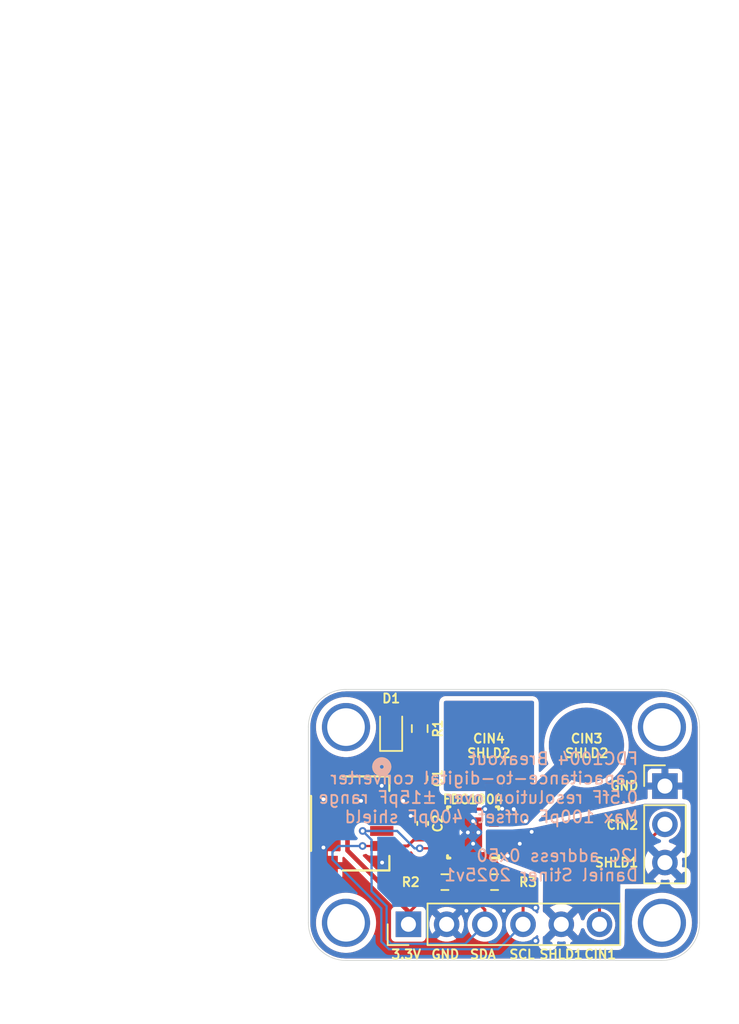
<source format=kicad_pcb>
(kicad_pcb (version 20241229) (generator "pcbnew") (generator_version "9.0")
  (layers (0 "F.Cu" signal) (2 "B.Cu" signal) (13 "F.Paste" user) (15 "B.Paste" user) (5 "F.SilkS" user "F.Silkscreen") (7 "B.SilkS" user "B.Silkscreen") (1 "F.Mask" user) (3 "B.Mask" user) (25 "Edge.Cuts" user))
  (property "REVISION" "2025v1")
  (net 0 "")
  (net 1 "GND")
  (net 2 "+3.3V")
  (net 3 "Net-(D1-A)")
  (net 4 "/SDA")
  (net 5 "/SCL")
  (net 6 "/CIN1")
  (net 7 "/SHLD2")
  (net 8 "/SHLD1")
  (net 9 "/CIN4")
  (net 10 "/CIN3")
  (net 11 "/CIN2")
  (footprint "FDC1004DSCR:DSC0010B" (layer "F.Cu") (at 110.950001 109.5 180)
    (property "Reference" "U1" (hide yes))
    (property "Value" "FDC1004" (at 0 2.199999 0) (layer "F.SilkS") (effects (font (size 0.6 0.6) (thickness 0.127) (bold yes))))
    (fp_line (start 1.700002 1.700002) (end 1.700002 1.540002) (stroke (width 0.2)) (layer "F.SilkS"))
    (fp_line (start 1.700002 -1.540002) (end 1.700002 -1.700002) (stroke (width 0.2)) (layer "F.SilkS"))
    (fp_line (start 1.540002 1.700002) (end 1.700002 1.700002) (stroke (width 0.2)) (layer "F.SilkS"))
    (fp_line (start 1.540002 -1.700002) (end 1.700002 -1.700002) (stroke (width 0.2)) (layer "F.SilkS"))
    (fp_line (start -1.699999 -1.540002) (end -1.699999 -1.700002) (stroke (width 0.2)) (layer "F.SilkS"))
    (fp_line (start -1.699999 -1.700002) (end -1.15 -1.700002) (stroke (width 0.2)) (layer "F.SilkS"))
    (fp_line (start -1.700002 1.700002) (end -1.540002 1.700002) (stroke (width 0.2)) (layer "F.SilkS"))
    (fp_line (start -1.700002 1.700002) (end -1.700002 1.540002) (stroke (width 0.2)) (layer "F.SilkS"))
    (pad "1" smd rect (at -1.375001 -1.000001 270) (size 0.249999 0.650001) (layers "F.Cu" "F.Mask" "F.Paste") (net 8 "/SHLD1"))
    (pad "2" smd rect (at -1.375001 -0.500002 270) (size 0.249999 0.650001) (layers "F.Cu" "F.Mask" "F.Paste") (net 6 "/CIN1"))
    (pad "3" smd rect (at -1.375001 0 270) (size 0.249999 0.650001) (layers "F.Cu" "F.Mask" "F.Paste") (net 11 "/CIN2"))
    (pad "4" smd rect (at -1.375001 0.499999 270) (size 0.249999 0.650001) (layers "F.Cu" "F.Mask" "F.Paste") (net 10 "/CIN3"))
    (pad "5" smd rect (at -1.375001 0.999998 270) (size 0.249999 0.650001) (layers "F.Cu" "F.Mask" "F.Paste") (net 9 "/CIN4"))
    (pad "6" smd rect (at 1.375001 0.999998 270) (size 0.249999 0.650001) (layers "F.Cu" "F.Mask" "F.Paste") (net 7 "/SHLD2"))
    (pad "7" smd rect (at 1.375001 0.499999 270) (size 0.249999 0.650001) (layers "F.Cu" "F.Mask" "F.Paste") (net 1 "GND"))
    (pad "8" smd rect (at 1.375001 0 270) (size 0.249999 0.650001) (layers "F.Cu" "F.Mask" "F.Paste") (net 2 "+3.3V"))
    (pad "9" smd rect (at 1.375001 -0.500002 270) (size 0.249999 0.650001) (layers "F.Cu" "F.Mask" "F.Paste") (net 5 "/SCL"))
    (pad "10" smd rect (at 1.375001 -1.000001 270) (size 0.249999 0.650001) (layers "F.Cu" "F.Mask" "F.Paste") (net 4 "/SDA"))
    (pad "11" smd rect (at 0.000003 0 180) (size 1.2 2.000001) (layers "F.Cu" "F.Mask") (net 1 "GND"))
    (pad "V" thru_hole circle (at -0.349999 0 180) (size 0.508 0.508) (drill 0.254) (layers "*.Cu" "*.Mask") (net 1 "GND"))
    (pad "V" thru_hole circle (at 0 -0.750001 180) (size 0.508 0.508) (drill 0.254) (layers "*.Cu" "*.Mask") (net 1 "GND"))
    (pad "V" thru_hole circle (at 0 0.750001 180) (size 0.508 0.508) (drill 0.254) (layers "*.Cu" "*.Mask") (net 1 "GND"))
    (pad "V" thru_hole circle (at 0.349999 0 180) (size 0.508 0.508) (drill 0.254) (layers "*.Cu" "*.Mask") (net 1 "GND"))
  )
  (footprint "Resistor_SMD:R_0603_1608Metric" (layer "F.Cu") (at 112.375 112.8)
    (property "Reference" "R3" (at 2.225 0 0) (layer "F.SilkS") (effects (font (size 0.6 0.6) (thickness 0.127))))
    (property "Value" "10k")
    (fp_line (start -0.237258 -0.5225) (end 0.237258 -0.5225) (stroke (width 0.12)) (layer "F.SilkS"))
    (fp_line (start -0.237258 0.5225) (end 0.237258 0.5225) (stroke (width 0.12)) (layer "F.SilkS"))
    (pad "1" smd roundrect (at -0.825 0) (size 0.8 0.95) (layers "F.Cu" "F.Mask" "F.Paste") (net 2 "+3.3V"))
    (pad "2" smd roundrect (at 0.825 0) (size 0.8 0.95) (layers "F.Cu" "F.Mask" "F.Paste") (net 5 "/SCL"))
  )
  (footprint "MountingHoleCompact:MountingHole_2.5mm_Plated" (layer "F.Cu") (at 102.5 102.5)
    (property "Reference" "H1" (hide yes))
    (property "Value" "MountingHole")
    (pad "" thru_hole circle (at 0 0) (size 3.2 3.2) (drill 2.5) (layers "*.Cu" "*.Mask"))
    (zone (net 0) (net_name "") (layers "F.Cu" "B.Cu") (name "Keepout") (connect_pads (clearance 0)) (min_thickness 0.25)
      (keepout (tracks not_allowed) (vias not_allowed) (pads allowed) (copperpour not_allowed) (footprints allowed))
      (fill (thermal_gap 0.5) (thermal_bridge_width 0.5))
      (polygon (pts (arc (start 100.5 102.5) (mid 104.5 102.5) (end 100.5 102.5))))
    )
  )
  (footprint "Connector_PinHeader_2.54mm:PinHeader_1x03_P2.54mm_Vertical" (layer "F.Cu") (at 123.7 106.42)
    (property "Reference" "J3" (hide yes))
    (property "Value" "Conn_CIN2")
    (fp_line (start -1.38 -1.38) (end 0 -1.38) (stroke (width 0.12)) (layer "F.SilkS"))
    (fp_line (start -1.38 0) (end -1.38 -1.38) (stroke (width 0.12)) (layer "F.SilkS"))
    (fp_line (start -1.38 1.27) (end -1.38 6.46) (stroke (width 0.12)) (layer "F.SilkS"))
    (fp_line (start -1.38 1.27) (end 1.38 1.27) (stroke (width 0.12)) (layer "F.SilkS"))
    (fp_line (start -1.38 6.46) (end 1.38 6.46) (stroke (width 0.12)) (layer "F.SilkS"))
    (fp_line (start 1.38 1.27) (end 1.38 6.46) (stroke (width 0.12)) (layer "F.SilkS"))
    (pad "1" thru_hole rect (at 0 0) (size 1.7 1.7) (drill 1) (layers "*.Cu" "*.Mask") (net 1 "GND"))
    (pad "2" thru_hole circle (at 0 2.54) (size 1.7 1.7) (drill 1) (layers "*.Cu" "*.Mask") (net 11 "/CIN2"))
    (pad "3" thru_hole circle (at 0 5.08) (size 1.7 1.7) (drill 1) (layers "*.Cu" "*.Mask") (net 8 "/SHLD1"))
  )
  (footprint "Connector_PinHeader_2.54mm:PinHeader_1x06_P2.54mm_Vertical" (layer "F.Cu") (at 106.65 115.6 90)
    (property "Reference" "J4" (hide yes))
    (property "Value" "Conn_Breadboard")
    (fp_line (start -1.38 -1.38) (end 0 -1.38) (stroke (width 0.12)) (layer "F.SilkS"))
    (fp_line (start -1.38 0) (end -1.38 -1.38) (stroke (width 0.12)) (layer "F.SilkS"))
    (fp_line (start 1.38 1.27) (end 1.38 14.08) (stroke (width 0.12)) (layer "F.SilkS"))
    (fp_line (start -1.38 1.27) (end 1.38 1.27) (stroke (width 0.12)) (layer "F.SilkS"))
    (fp_line (start -1.38 1.27) (end -1.38 14.08) (stroke (width 0.12)) (layer "F.SilkS"))
    (fp_line (start -1.38 14.08) (end 1.38 14.08) (stroke (width 0.12)) (layer "F.SilkS"))
    (pad "1" thru_hole rect (at 0 0 90) (size 1.7 1.7) (drill 1) (layers "*.Cu" "*.Mask") (net 2 "+3.3V"))
    (pad "2" thru_hole circle (at 0 2.54 90) (size 1.7 1.7) (drill 1) (layers "*.Cu" "*.Mask") (net 1 "GND"))
    (pad "3" thru_hole circle (at 0 5.08 90) (size 1.7 1.7) (drill 1) (layers "*.Cu" "*.Mask") (net 4 "/SDA"))
    (pad "4" thru_hole circle (at 0 7.62 90) (size 1.7 1.7) (drill 1) (layers "*.Cu" "*.Mask") (net 5 "/SCL"))
    (pad "5" thru_hole circle (at 0 10.16 90) (size 1.7 1.7) (drill 1) (layers "*.Cu" "*.Mask") (net 8 "/SHLD1"))
    (pad "6" thru_hole circle (at 0 12.7 90) (size 1.7 1.7) (drill 1) (layers "*.Cu" "*.Mask") (net 6 "/CIN1"))
  )
  (footprint "Capacitor_SMD:C_0603_1608Metric" (layer "F.Cu") (at 107.4 105.9 -90)
    (property "Reference" "C1" (at 0 -1.2 90) (layer "F.SilkS") (effects (font (size 0.6 0.6) (thickness 0.127))))
    (property "Value" "1u")
    (fp_line (start -0.14058 0.51) (end 0.14058 0.51) (stroke (width 0.12)) (layer "F.SilkS"))
    (fp_line (start -0.14058 -0.51) (end 0.14058 -0.51) (stroke (width 0.12)) (layer "F.SilkS"))
    (pad "1" smd roundrect (at -0.775 0 270) (size 0.9 0.95) (layers "F.Cu" "F.Mask" "F.Paste") (net 2 "+3.3V"))
    (pad "2" smd roundrect (at 0.775 0 270) (size 0.9 0.95) (layers "F.Cu" "F.Mask" "F.Paste") (net 1 "GND"))
  )
  (footprint "Capacitor_SMD:C_0402_1005Metric" (layer "F.Cu") (at 107.6 108.9 90)
    (property "Reference" "C2" (at 0 1 270) (layer "F.SilkS") (effects (font (size 0.6 0.6) (thickness 0.127) (bold yes))))
    (property "Value" "0.1u")
    (fp_line (start -0.107836 -0.36) (end 0.107836 -0.36) (stroke (width 0.12)) (layer "F.SilkS"))
    (fp_line (start -0.107836 0.36) (end 0.107836 0.36) (stroke (width 0.12)) (layer "F.SilkS"))
    (pad "1" smd roundrect (at -0.48 0 90) (size 0.56 0.62) (layers "F.Cu" "F.Mask" "F.Paste") (net 2 "+3.3V"))
    (pad "2" smd roundrect (at 0.48 0 90) (size 0.56 0.62) (layers "F.Cu" "F.Mask" "F.Paste") (net 1 "GND"))
  )
  (footprint "Resistor_SMD:R_0603_1608Metric" (layer "F.Cu") (at 107.4 102.6 90)
    (property "Reference" "R1" (at 0 1.2 90) (layer "F.SilkS") (effects (font (size 0.6 0.6) (thickness 0.127))))
    (property "Value" "4.7k")
    (fp_line (start -0.237258 -0.5225) (end 0.237258 -0.5225) (stroke (width 0.12)) (layer "F.SilkS"))
    (fp_line (start -0.237258 0.5225) (end 0.237258 0.5225) (stroke (width 0.12)) (layer "F.SilkS"))
    (pad "1" smd roundrect (at -0.825 0 90) (size 0.8 0.95) (layers "F.Cu" "F.Mask" "F.Paste") (net 2 "+3.3V"))
    (pad "2" smd roundrect (at 0.825 0 90) (size 0.8 0.95) (layers "F.Cu" "F.Mask" "F.Paste") (net 3 "Net-(D1-A)"))
  )
  (footprint "MountingHoleCompact:MountingHole_2.5mm_Plated" (layer "F.Cu") (at 123.5 115.5)
    (property "Reference" "H4" (hide yes))
    (property "Value" "MountingHole")
    (pad "" thru_hole circle (at 0 0) (size 3.2 3.2) (drill 2.5) (layers "*.Cu" "*.Mask"))
    (zone (net 0) (net_name "") (layers "F.Cu" "B.Cu") (name "Keepout") (connect_pads (clearance 0)) (min_thickness 0.25)
      (keepout (tracks not_allowed) (vias not_allowed) (pads allowed) (copperpour not_allowed) (footprints allowed))
      (fill (thermal_gap 0.5) (thermal_bridge_width 0.5))
      (polygon (pts (arc (start 121.5 115.5) (mid 125.5 115.5) (end 121.5 115.5))))
    )
  )
  (footprint "MountingHoleCompact:MountingHole_2.5mm_Plated" (layer "F.Cu") (at 102.5 115.5)
    (property "Reference" "H3" (hide yes))
    (property "Value" "MountingHole")
    (pad "" thru_hole circle (at 0 0) (size 3.2 3.2) (drill 2.5) (layers "*.Cu" "*.Mask"))
    (zone (net 0) (net_name "") (layers "F.Cu" "B.Cu") (name "Keepout") (connect_pads (clearance 0)) (min_thickness 0.25)
      (keepout (tracks not_allowed) (vias not_allowed) (pads allowed) (copperpour not_allowed) (footprints allowed))
      (fill (thermal_gap 0.5) (thermal_bridge_width 0.5))
      (polygon (pts (arc (start 100.5 115.5) (mid 104.5 115.5) (end 100.5 115.5))))
    )
  )
  (footprint "MountingHoleCompact:MountingHole_2.5mm_Plated" (layer "F.Cu") (at 123.5 102.5)
    (property "Reference" "H2" (hide yes))
    (property "Value" "MountingHole")
    (pad "" thru_hole circle (at 0 0) (size 3.2 3.2) (drill 2.5) (layers "*.Cu" "*.Mask"))
    (zone (net 0) (net_name "") (layers "F.Cu" "B.Cu") (name "Keepout") (connect_pads (clearance 0)) (min_thickness 0.25)
      (keepout (tracks not_allowed) (vias not_allowed) (pads allowed) (copperpour not_allowed) (footprints allowed))
      (fill (thermal_gap 0.5) (thermal_bridge_width 0.5))
      (polygon (pts (arc (start 121.5 102.5) (mid 125.5 102.5) (end 121.5 102.5))))
    )
  )
  (footprint "LED_SMD:LED_0603_1608Metric" (layer "F.Cu") (at 105.5 102.6 90)
    (property "Reference" "D1" (at 2 0 180) (layer "F.SilkS") (effects (font (size 0.6 0.6) (thickness 0.127))))
    (property "Value" "PWRLED")
    (fp_line (start 0.8 -0.735) (end -1.485 -0.735) (stroke (width 0.12)) (layer "F.SilkS"))
    (fp_line (start -1.485 -0.735) (end -1.485 0.735) (stroke (width 0.12)) (layer "F.SilkS"))
    (fp_line (start -1.485 0.735) (end 0.8 0.735) (stroke (width 0.12)) (layer "F.SilkS"))
    (pad "1" smd roundrect (at -0.7875 0 90) (size 0.875 0.95) (layers "F.Cu" "F.Mask" "F.Paste") (net 1 "GND"))
    (pad "2" smd roundrect (at 0.7875 0 90) (size 0.875 0.95) (layers "F.Cu" "F.Mask" "F.Paste") (net 3 "Net-(D1-A)"))
  )
  (footprint "Resistor_SMD:R_0603_1608Metric" (layer "F.Cu") (at 109.075 112.8)
    (property "Reference" "R2" (at -2.275 0 0) (layer "F.SilkS") (effects (font (size 0.6 0.6) (thickness 0.127))))
    (property "Value" "10k")
    (fp_line (start -0.237258 -0.5225) (end 0.237258 -0.5225) (stroke (width 0.12)) (layer "F.SilkS"))
    (fp_line (start -0.237258 0.5225) (end 0.237258 0.5225) (stroke (width 0.12)) (layer "F.SilkS"))
    (pad "1" smd roundrect (at -0.825 0) (size 0.8 0.95) (layers "F.Cu" "F.Mask" "F.Paste") (net 2 "+3.3V"))
    (pad "2" smd roundrect (at 0.825 0) (size 0.8 0.95) (layers "F.Cu" "F.Mask" "F.Paste") (net 4 "/SDA"))
  )
  (footprint "SM04B_SRSS_TB:CONN_SM04B-SRSS-TB_JST" (layer "F.Cu") (at 102.779001 108.899999 90)
    (property "Reference" "J1" (hide yes))
    (property "Value" "Conn_Qwiic")
    (fp_line (start 1.819559 -2.6035) (end -1.819559 -2.6035) (stroke (width 0.1524)) (layer "F.SilkS"))
    (fp_line (start -3.1242 -0.491261) (end -3.1242 2.6035) (stroke (width 0.1524)) (layer "F.SilkS"))
    (fp_line (start 3.1242 2.6035) (end 3.1242 -0.491261) (stroke (width 0.1524)) (layer "F.SilkS"))
    (fp_line (start 2.16294 2.6035) (end 3.1242 2.6035) (stroke (width 0.1524)) (layer "F.SilkS"))
    (fp_line (start -3.1242 2.6035) (end -2.16294 2.6035) (stroke (width 0.1524)) (layer "F.SilkS"))
    (fp_circle (center 3.7592 2.0985) (end 4.1402 2.0985) (stroke (width 0.508)) (fill no) (layer "F.SilkS"))
    (fp_circle (center 3.7592 2.0985) (end 4.1402 2.0985) (stroke (width 0.508)) (fill no) (layer "B.SilkS"))
    (pad "1" smd rect (at 1.5 2.0985 90) (size 0.6604 1.5494) (layers "F.Cu" "F.Mask" "F.Paste") (net 1 "GND"))
    (pad "2" smd rect (at 0.499999 2.0985 90) (size 0.6604 1.5494) (layers "F.Cu" "F.Mask" "F.Paste") (net 2 "+3.3V"))
    (pad "3" smd rect (at -0.499999 2.0985 90) (size 0.6604 1.5494) (layers "F.Cu" "F.Mask" "F.Paste") (net 4 "/SDA"))
    (pad "4" smd rect (at -1.5 2.0985 90) (size 0.6604 1.5494) (layers "F.Cu" "F.Mask" "F.Paste") (net 5 "/SCL"))
    (pad "5" smd rect (at -2.799999 -1.712 180) (size 1.775999 1.2954) (layers "F.Cu" "F.Mask" "F.Paste") (net 1 "GND"))
    (pad "6" smd rect (at 2.799999 -1.712 180) (size 1.775999 1.2954) (layers "F.Cu" "F.Mask" "F.Paste") (net 1 "GND"))
  )
  (gr_line (start 102.5 100) (end 123.5 100) (stroke (width 0.05)) (layer "Edge.Cuts"))
  (gr_arc (start 100 102.5) (mid 100.732233 100.732233) (end 102.5 100) (stroke (width 0.05)) (layer "Edge.Cuts"))
  (gr_line (start 123.5 118) (end 102.5 118) (stroke (width 0.05)) (layer "Edge.Cuts"))
  (gr_arc (start 102.5 118) (mid 100.732233 117.267767) (end 100 115.5) (stroke (width 0.05)) (layer "Edge.Cuts"))
  (gr_arc (start 126 115.5) (mid 125.267767 117.267767) (end 123.5 118) (stroke (width 0.05)) (layer "Edge.Cuts"))
  (gr_line (start 126 102.5) (end 126 115.5) (stroke (width 0.05)) (layer "Edge.Cuts"))
  (gr_arc (start 123.5 100) (mid 125.267767 100.732233) (end 126 102.5) (stroke (width 0.05)) (layer "Edge.Cuts"))
  (gr_line (start 100 115.5) (end 100 102.5) (stroke (width 0.05)) (layer "Edge.Cuts"))
  (gr_text "CIN4\nSHLD2" (at 112 103.75 0) (layer "F.SilkS") (effects (font (size 0.6 0.6) (thickness 0.127))))
  (gr_text "GND" (at 122 106.4 0) (layer "F.SilkS") (effects (font (size 0.6 0.6) (thickness 0.127) (bold yes)) (justify right)))
  (gr_text "CIN1" (at 119.4 117.6 0) (layer "F.SilkS") (effects (font (size 0.6 0.6) (thickness 0.127) (bold yes))))
  (gr_text "SDA" (at 111.6 117.6 0) (layer "F.SilkS") (effects (font (size 0.6 0.6) (thickness 0.127) (bold yes))))
  (gr_text "CIN2" (at 122 109 0) (layer "F.SilkS") (effects (font (size 0.6 0.6) (thickness 0.127) (bold yes)) (justify right)))
  (gr_text "SHLD1" (at 116.8 117.6 0) (layer "F.SilkS") (effects (font (size 0.6 0.6) (thickness 0.127) (bold yes))))
  (gr_text "GND" (at 109.1 117.6 0) (layer "F.SilkS") (effects (font (size 0.6 0.6) (thickness 0.127) (bold yes))))
  (gr_text "SHLD1" (at 122 111.5 0) (layer "F.SilkS") (effects (font (size 0.6 0.6) (thickness 0.127) (bold yes)) (justify right)))
  (gr_text "CIN3\nSHLD2" (at 118.5 103.75 0) (layer "F.SilkS") (effects (font (size 0.6 0.6) (thickness 0.127) (bold yes))))
  (gr_text "SCL" (at 114.2 117.6 0) (layer "F.SilkS") (effects (font (size 0.6 0.6) (thickness 0.127) (bold yes))))
  (gr_text "3.3V" (at 106.5 117.6 0) (layer "F.SilkS") (effects (font (size 0.6 0.6) (thickness 0.127) (bold yes))))
  (gr_text "FDC1004 Breakout\nCapacitance-to-digital converter\n0.5fF resolution over ±15pF range\nMax 100pF offset, 400pF shield\n\nI2C address 0x50\nDaniel Stiner ${REVISION}" (at 122 112.8 0) (layer "B.SilkS") (effects (font (size 0.8 0.8) (thickness 0.127)) (justify left bottom mirror)))
  (segment (start 109.5 109) (end 108.9 109) (width 0.2) (layer "F.Cu") (net 1))
  (segment (start 110.950001 109.150001) (end 111.3 109.5) (width 0.2) (layer "F.Cu") (net 1))
  (segment (start 110.100003 109.000001) (end 109.575 109.000001) (width 0.2) (layer "F.Cu") (net 1))
  (segment (start 108.32 108.42) (end 107.6 108.42) (width 0.2) (layer "F.Cu") (net 1))
  (segment (start 107.6 108.42) (end 106.82 108.42) (width 0.2) (layer "F.Cu") (net 1))
  (segment (start 106.82 108.42) (end 106.8 108.4) (width 0.2) (layer "F.Cu") (net 1))
  (segment (start 110.950001 108.749999) (end 110.950001 109.150001) (width 0.2) (layer "F.Cu") (net 1))
  (segment (start 108.9 109) (end 108.32 108.42) (width 0.2) (layer "F.Cu") (net 1))
  (segment (start 110.950001 109.150001) (end 110.600002 109.5) (width 0.2) (layer "F.Cu") (net 1))
  (segment (start 110.600002 109.5) (end 110.100003 109.000001) (width 0.2) (layer "F.Cu") (net 1))
  (via (at 106.3 107.4) (size 0.508) (drill 0.254) (layers "F.Cu" "B.Cu") (net 1))
  (via (at 113 114.7) (size 0.508) (drill 0.254) (layers "F.Cu" "B.Cu") (net 1))
  (via (at 110.5 114.7) (size 0.508) (drill 0.254) (layers "F.Cu" "B.Cu") (net 1))
  (via (at 104.875001 106.4) (size 0.508) (drill 0.254) (layers "F.Cu" "B.Cu") (net 1))
  (via (at 101 110.5) (size 0.508) (drill 0.254) (layers "F.Cu" "B.Cu") (net 1))
  (via (at 106.8 108.4) (size 0.508) (drill 0.254) (layers "F.Cu" "B.Cu") (net 1))
  (via (at 104.9 111.5) (size 0.508) (drill 0.254) (layers "F.Cu" "B.Cu") (net 1))
  (via (at 115.1 114.5) (size 0.508) (drill 0.254) (layers "F.Cu" "B.Cu") (net 1))
  (via (at 103.5 107.4) (size 0.508) (drill 0.254) (layers "F.Cu" "B.Cu") (net 1))
  (via (at 115.1 116.7) (size 0.508) (drill 0.254) (layers "F.Cu" "B.Cu") (net 1))
  (via (at 101 107.3) (size 0.508) (drill 0.254) (layers "F.Cu" "B.Cu") (net 1))
  (segment (start 109.15 111.9) (end 108.25 112.8) (width 0.2) (layer "F.Cu") (net 2))
  (segment (start 107.4 105.125) (end 103.775 105.125) (width 0.3048) (layer "F.Cu") (net 2))
  (segment (start 107.4 105.125) (end 107.4 103.425) (width 0.3048) (layer "F.Cu") (net 2))
  (segment (start 103.2 108.4) (end 102.6 109) (width 0.3048) (layer "F.Cu") (net 2))
  (segment (start 104.877501 108.4) (end 105.7 108.4) (width 0.3048) (layer "F.Cu") (net 2))
  (segment (start 110.65 111.9) (end 109.15 111.9) (width 0.2) (layer "F.Cu") (net 2))
  (segment (start 103.2 108.4) (end 102.7 107.9) (width 0.3048) (layer "F.Cu") (net 2))
  (segment (start 106.65 114.85) (end 106.65 115.6) (width 0.2) (layer "F.Cu") (net 2))
  (segment (start 102.7 106.2) (end 103.775 105.125) (width 0.3048) (layer "F.Cu") (net 2))
  (segment (start 102.6 109) (end 102.6 110.7) (width 0.3048) (layer "F.Cu") (net 2))
  (segment (start 106.65 114.75) (end 106.65 115.6) (width 0.3048) (layer "F.Cu") (net 2))
  (segment (start 102.6 110.7) (end 106.65 114.75) (width 0.3048) (layer "F.Cu") (net 2))
  (segment (start 108.25 113.25) (end 106.65 114.85) (width 0.2) (layer "F.Cu") (net 2))
  (segment (start 111.55 112.8) (end 110.65 111.9) (width 0.2) (layer "F.Cu") (net 2))
  (segment (start 105.5391 108.4) (end 103.2 108.4) (width 0.3048) (layer "F.Cu") (net 2))
  (segment (start 102.7 107.9) (end 102.7 106.2) (width 0.3048) (layer "F.Cu") (net 2))
  (segment (start 108.25 112.8) (end 108.25 113.25) (width 0.2) (layer "F.Cu") (net 2))
  (segment (start 105.7 108.4) (end 106.799999 109.499999) (width 0.3048) (layer "F.Cu") (net 2))
  (segment (start 106.799999 109.499999) (end 109.5 109.499999) (width 0.3048) (layer "F.Cu") (net 2))
  (segment (start 105.5 101.8125) (end 107.3625 101.8125) (width 0.3048) (layer "F.Cu") (net 3))
  (segment (start 107.3625 101.8125) (end 107.4 101.775) (width 0.3048) (layer "F.Cu") (net 3))
  (segment (start 108.145999 110.554001) (end 108.2 110.5) (width 0.1524) (layer "F.Cu") (net 4))
  (segment (start 107.4 110.554001) (end 108.145999 110.554001) (width 0.1524) (layer "F.Cu") (net 4))
  (segment (start 109.9 112.8) (end 111.73 114.63) (width 0.2) (layer "F.Cu") (net 4))
  (segment (start 103.6064 109.399998) (end 104.875001 109.399998) (width 0.1524) (layer "F.Cu") (net 4))
  (segment (start 111.73 114.63) (end 111.73 115.6) (width 0.2) (layer "F.Cu") (net 4))
  (segment (start 108.2 110.5) (end 109.5 110.5) (width 0.1524) (layer "F.Cu") (net 4))
  (via (at 107.4 110.554001) (size 0.508) (drill 0.254) (layers "F.Cu" "B.Cu") (net 4))
  (via (at 103.6064 109.399998) (size 0.508) (drill 0.254) (layers "F.Cu" "B.Cu") (net 4))
  (segment (start 105.2 114.400217) (end 105.2 116.6) (width 0.1524) (layer "B.Cu") (net 4))
  (segment (start 104.2 113.400216) (end 105.2 114.400217) (width 0.1524) (layer "B.Cu") (net 4))
  (segment (start 105.5 116.9) (end 110.43 116.9) (width 0.1524) (layer "B.Cu") (net 4))
  (segment (start 105.899998 109.399998) (end 103.6064 109.399998) (width 0.1524) (layer "B.Cu") (net 4))
  (segment (start 107.054001 110.554001) (end 105.899998 109.399998) (width 0.1524) (layer "B.Cu") (net 4))
  (segment (start 105.2 116.6) (end 105.5 116.9) (width 0.1524) (layer "B.Cu") (net 4))
  (segment (start 103.6064 109.399998) (end 104.2 109.993598) (width 0.1524) (layer "B.Cu") (net 4))
  (segment (start 110.43 116.9) (end 111.73 115.6) (width 0.1524) (layer "B.Cu") (net 4))
  (segment (start 107.4 110.554001) (end 107.054001 110.554001) (width 0.1524) (layer "B.Cu") (net 4))
  (segment (start 104.2 109.993598) (end 104.2 113.400216) (width 0.1524) (layer "B.Cu") (net 4))
  (segment (start 114.27 113.87) (end 114.27 115.6) (width 0.2) (layer "F.Cu") (net 5))
  (segment (start 106.999999 110.000001) (end 106.600001 110.399999) (width 0.2) (layer "F.Cu") (net 5))
  (segment (start 113.2 112.8) (end 114.27 113.87) (width 0.2) (layer "F.Cu") (net 5))
  (segment (start 106.999999 110.000001) (end 107.9 110) (width 0.2) (layer "F.Cu") (net 5))
  (segment (start 106.600001 110.399999) (end 104.877501 110.399999) (width 0.2) (layer "F.Cu") (net 5))
  (segment (start 109.5 110.000001) (end 107.9 110) (width 0.2) (layer "F.Cu") (net 5))
  (segment (start 104.875001 110.399999) (end 103.6 110.4) (width 0.1524) (layer "F.Cu") (net 5))
  (via (at 103.6 110.4) (size 0.508) (drill 0.254) (layers "F.Cu" "B.Cu") (net 5))
  (segment (start 103.6 110.4) (end 102 110.4) (width 0.1524) (layer "B.Cu") (net 5))
  (segment (start 101.6 111.3) (end 101.6 110.8) (width 0.1524) (layer "B.Cu") (net 5))
  (segment (start 105.353616 117.2534) (end 104.8466 116.746383) (width 0.1524) (layer "B.Cu") (net 5))
  (segment (start 112.6166 117.2534) (end 105.353616 117.2534) (width 0.1524) (layer "B.Cu") (net 5))
  (segment (start 104.8466 114.5466) (end 101.6 111.3) (width 0.1524) (layer "B.Cu") (net 5))
  (segment (start 104.8466 116.746383) (end 104.8466 114.5466) (width 0.1524) (layer "B.Cu") (net 5))
  (segment (start 112.6166 117.2534) (end 114.27 115.6) (width 0.1524) (layer "B.Cu") (net 5))
  (segment (start 102 110.4) (end 101.6 110.8) (width 0.1524) (layer "B.Cu") (net 5))
  (segment (start 114.15 111.15) (end 116.7 111.15) (width 0.2) (layer "F.Cu") (net 6))
  (segment (start 112.325002 110.000002) (end 113.000002 110.000002) (width 0.2) (layer "F.Cu") (net 6))
  (segment (start 119.35 113.8) (end 119.35 115.6) (width 0.2) (layer "F.Cu") (net 6))
  (segment (start 116.7 111.15) (end 119.35 113.8) (width 0.2) (layer "F.Cu") (net 6))
  (segment (start 113.000002 110.000002) (end 114.15 111.15) (width 0.2) (layer "F.Cu") (net 6))
  (segment (start 109.575 108.175) (end 109.575 108.500002) (width 0.2) (layer "F.Cu") (net 7))
  (segment (start 111.75 107.95) (end 109.8 107.95) (width 0.2) (layer "F.Cu") (net 7))
  (segment (start 109.8 107.95) (end 109.575 108.175) (width 0.2) (layer "F.Cu") (net 7))
  (via (at 112.879002 107.921001) (size 0.508) (drill 0.254) (layers "F.Cu" "B.Cu") (net 7))
  (via (at 113.65 107.95) (size 0.508) (drill 0.254) (layers "F.Cu" "B.Cu") (net 7))
  (via (at 111.75 107.95) (size 0.508) (drill 0.254) (layers "F.Cu" "B.Cu") (net 7))
  (via (at 114.45 108.75) (size 0.508) (drill 0.254) (layers "F.Cu" "B.Cu") (net 7))
  (segment (start 111.75 107.95) (end 113.65 107.95) (width 0.2) (layer "B.Cu") (net 7))
  (segment (start 114.45 108.75) (end 113.65 107.95) (width 0.2) (layer "B.Cu") (net 7))
  (segment (start 112.325002 110.500001) (end 112.700001 110.500001) (width 0.2) (layer "F.Cu") (net 8))
  (segment (start 112.700001 110.500001) (end 113.25 111.05) (width 0.2) (layer "F.Cu") (net 8))
  (via (at 114.841738 109.458262) (size 0.508) (drill 0.254) (layers "F.Cu" "B.Cu") (net 8))
  (via (at 113.25 111.05) (size 0.508) (drill 0.254) (layers "F.Cu" "B.Cu") (net 8))
  (via (at 114.05 110.25) (size 0.508) (drill 0.254) (layers "F.Cu" "B.Cu") (net 8))
  (segment (start 114.05 110.25) (end 114.841738 109.458262) (width 0.2) (layer "B.Cu") (net 8))
  (segment (start 113.25 111.05) (end 114.05 110.25) (width 0.2) (layer "B.Cu") (net 8))
  (segment (start 112.325002 108.500002) (end 112.325002 104.075002) (width 0.2) (layer "F.Cu") (net 9))
  (segment (start 112.325002 109.000001) (end 113.399999 109.000001) (width 0.2) (layer "F.Cu") (net 10))
  (segment (start 113.399999 109.000001) (end 118.45 103.95) (width 0.2) (layer "F.Cu") (net 10))
  (segment (start 114.1 109.5) (end 114.75 110.15) (width 0.2) (layer "F.Cu") (net 11))
  (segment (start 112.325002 109.5) (end 114.1 109.5) (width 0.2) (layer "F.Cu") (net 11))
  (segment (start 114.75 110.15) (end 122.51 110.15) (width 0.2) (layer "F.Cu") (net 11))
  (segment (start 122.51 110.15) (end 123.7 108.96) (width 0.2) (layer "F.Cu") (net 11))
  (zone (net 9) (net_name "/CIN4") (layer "F.Cu") (priority 10) (connect_pads (clearance 0.1524)) (min_thickness 0.25) (fill yes (thermal_gap 0.5) (thermal_bridge_width 0.5))
    (polygon (pts (xy 109.5 101.25) (xy 114.5 101.25) (xy 114.5 106.25) (xy 109.5 106.25)))
  )
  (zone (net 10) (net_name "/CIN3") (layer "F.Cu") (priority 10) (connect_pads (clearance 0.1524)) (min_thickness 0.25) (fill yes (thermal_gap 0.5) (thermal_bridge_width 0.5))
    (polygon (pts (arc (start 116.482204 103.707126) (mid 120.482362 103.707126) (end 116.482204 103.707126))))
  )
  (zone (net 1) (net_name "GND") (layers "F.Cu" "B.Cu") (connect_pads (clearance 0.3048)) (min_thickness 0.1524) (fill yes (thermal_gap 0.3048) (thermal_bridge_width 0.4572) (smoothing chamfer) (radius 1))
    (polygon (pts (xy 100 100) (xy 126 100) (xy 126 118) (xy 100 118)))
  )
  (zone (net 7) (net_name "/SHLD2") (layers "F.Cu" "B.Cu") (priority 2) (connect_pads (clearance 0.1524)) (min_thickness 0.25) (fill yes (thermal_gap 0.5) (thermal_bridge_width 0.5))
    (polygon (pts (arc (start 115.982204 103.707126) (mid 120.982204 103.707126) (end 115.982204 103.707126))))
  )
  (zone (net 7) (net_name "/SHLD2") (layers "F.Cu" "B.Cu") (priority 1) (connect_pads (clearance 0.1524)) (min_thickness 0.25) (fill yes (thermal_gap 0.5) (thermal_bridge_width 0.5))
    (polygon (pts (xy 109 100.75) (xy 115 100.75) (xy 115 106.75) (xy 109 106.75)))
  )
  (zone (net 7) (net_name "/SHLD2") (layers "F.Cu" "B.Cu") (priority 4) (connect_pads (clearance 0.1524)) (min_thickness 0.25) (fill yes (thermal_gap 0.5) (thermal_bridge_width 0.5))
    (polygon (pts (xy 111.759462 106.21) (xy 112.9 106.21) (xy 112.9 106.7) (xy 114.596599 106.703401) (xy 116.370608 104.988854) (xy 117.538829 105.961171) (xy 114.55 109) (xy 113.560854 109.1) (xy 111.759462 109.1)))
  )
  (zone (net 8) (net_name "/SHLD1") (layers "F.Cu" "B.Cu") (priority 3) (connect_pads (clearance 0.1524)) (min_thickness 0.25) (fill yes (thermal_gap 0.5) (thermal_bridge_width 0.5))
    (polygon (pts (xy 111.796022 109.3) (xy 113.601487 109.3) (xy 114.9 109.2) (xy 122.351857 107.6) (xy 125.1 107.6) (xy 125.1 112.9) (xy 120.735058 112.935147) (xy 120.7 117) (xy 115.578155 117.022071) (xy 115.6 112.304468) (xy 111.796022 110.89419)))
  )
)
</source>
